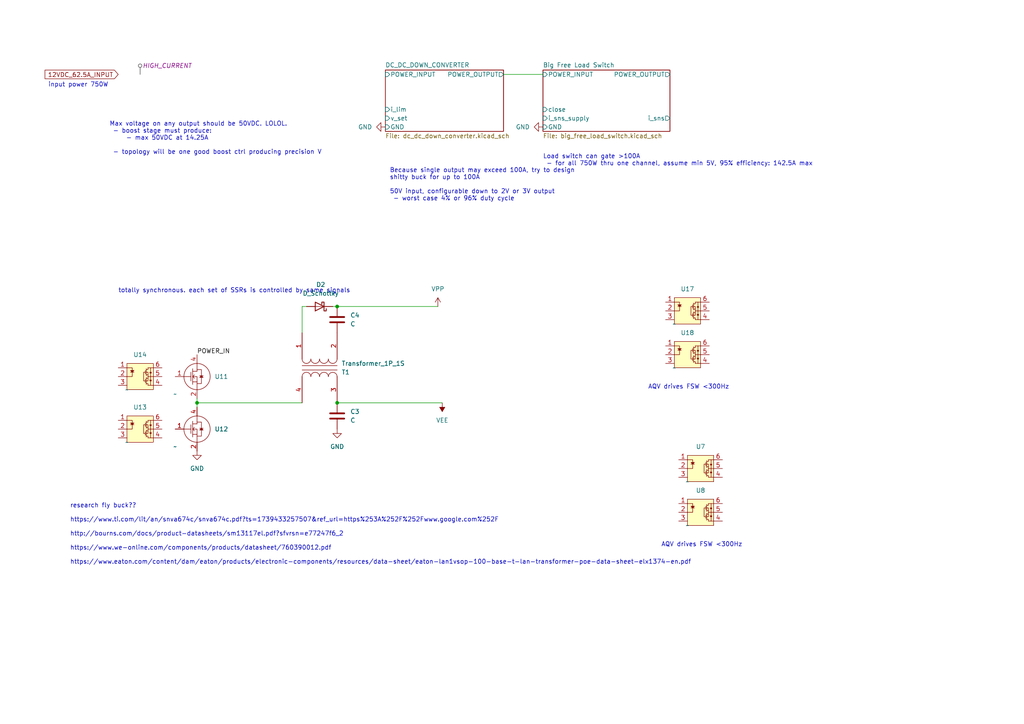
<source format=kicad_sch>
(kicad_sch (version 20230121) (generator eeschema)
  (paper "A4")
  (lib_symbols
    (symbol "AQV252G_1"
      (property "Reference" "U" (at 0 0 0))
      (symbol "AQV252G_1_0_1"
        (polyline (pts (xy 5.588 3.556) (xy 5.588 1.524)))
        (polyline (pts (xy 6.604 2.54) (xy 7.112 2.54)))
        (polyline (pts (xy 6.604 5.08) (xy 7.112 5.08)))
        (polyline (pts (xy 6.858 3.81) (xy 6.858 1.27)))
        (polyline (pts (xy 7.62 1.27) (xy 6.096 1.27)))
        (polyline (pts (xy 7.62 3.81) (xy 6.096 3.81)))
        (polyline (pts (xy 7.62 6.35) (xy 6.096 6.35)))
        (polyline (pts (xy 5.334 3.048) (xy 5.334 2.032) (xy 5.334 2.54)))
        (polyline (pts (xy 5.334 5.588) (xy 5.334 4.572) (xy 5.334 4.826)))
        (polyline (pts (xy 5.588 6.096) (xy 5.588 4.064) (xy 5.588 4.826)))
        (polyline (pts (xy 6.096 1.27) (xy 6.096 1.778) (xy 5.588 1.778)))
        (polyline (pts (xy 6.096 3.302) (xy 6.096 2.54) (xy 5.588 2.54)))
        (polyline (pts (xy 6.096 3.81) (xy 6.096 3.302) (xy 5.588 3.302)))
        (polyline (pts (xy 6.096 3.81) (xy 6.096 4.318) (xy 5.588 4.318)))
        (polyline (pts (xy 6.096 4.318) (xy 6.096 5.08) (xy 5.588 5.08)))
        (polyline (pts (xy 6.096 6.35) (xy 6.096 5.842) (xy 5.588 5.842)))
        (polyline (pts (xy 6.858 6.35) (xy 6.858 3.81) (xy 6.858 4.318)))
        (polyline (pts (xy 6.604 2.794) (xy 7.112 2.794) (xy 6.858 2.54) (xy 6.604 2.794)))
        (polyline (pts (xy 5.334 5.08) (xy 4.826 5.08) (xy 4.826 2.54) (xy 5.334 2.54) (xy 5.334 2.54)))
        (polyline (pts (xy 6.604 4.826) (xy 7.112 4.826) (xy 6.858 5.08) (xy 6.604 4.826) (xy 6.858 5.08)))
        (polyline (pts (xy 0 6.35) (xy 1.524 6.35) (xy 1.524 3.81) (xy 0 3.81) (xy 1.524 3.81) (xy 1.524 5.588) (xy 2.032 5.588) (xy 1.524 5.08) (xy 1.016 5.588) (xy 1.524 5.588) (xy 1.27 5.334) (xy 1.778 5.334) (xy 1.524 5.588) (xy 1.778 5.588) (xy 1.778 5.334) (xy 1.27 5.334) (xy 1.27 5.588) (xy 1.524 5.08) (xy 2.032 5.08) (xy 1.016 5.08) (xy 1.524 5.08)))
      )
      (symbol "AQV252G_1_1_1"
        (rectangle (start 0 7.62) (end 7.62 0) (fill (type background)))
        (pin input line (at -2.54 6.35 0) (length 2.54) (name "") (number "1"))
        (pin input line (at -2.54 3.81 0) (length 2.54) (name "") (number "2"))
        (pin input line (at -2.54 1.27 0) (length 2.54) (name "") (number "3"))
        (pin input line (at 10.16 1.27 180) (length 2.54) (name "") (number "4"))
        (pin input line (at 10.16 3.81 180) (length 2.54) (name "") (number "5"))
        (pin input line (at 10.16 6.35 180) (length 2.54) (name "") (number "6"))
      )
    )
    (symbol "Device:C" (pin_numbers hide) (pin_names (offset 0.254))
      (property "Reference" "C" (at 0.635 2.54 0))
      (property "Value" "C" (at 0.635 -2.54 0))
      (symbol "C_0_1"
        (polyline (pts (xy -2.032 -0.762) (xy 2.032 -0.762)) (stroke (width 0.508)))
        (polyline (pts (xy -2.032 0.762) (xy 2.032 0.762)) (stroke (width 0.508)))
      )
      (symbol "C_1_1"
        (pin passive line (at 0 3.81 270) (length 2.794) (name "~") (number "1"))
        (pin passive line (at 0 -3.81 90) (length 2.794) (name "~") (number "2"))
      )
    )
    (symbol "Device:D_Schottky" (pin_numbers hide) (pin_names (offset 1.016) hide)
      (property "Reference" "D" (at 0 2.54 0))
      (property "Value" "D_Schottky" (at 0 -2.54 0))
      (symbol "D_Schottky_0_1"
        (polyline (pts (xy 1.27 0) (xy -1.27 0)))
        (polyline (pts (xy 1.27 1.27) (xy 1.27 -1.27) (xy -1.27 0) (xy 1.27 1.27)) (stroke (width 0.254)))
        (polyline (pts (xy -1.905 0.635) (xy -1.905 1.27) (xy -1.27 1.27) (xy -1.27 -1.27) (xy -0.635 -1.27) (xy -0.635 -0.635)) (stroke (width 0.254)))
      )
      (symbol "D_Schottky_1_1"
        (pin passive line (at -3.81 0 0) (length 2.54) (name "K") (number "1"))
        (pin passive line (at 3.81 0 180) (length 2.54) (name "A") (number "2"))
      )
    )
    (symbol "Device:Transformer_1P_1S" (pin_names (offset 1.016) hide)
      (property "Reference" "T" (at 0 6.35 0))
      (property "Value" "Transformer_1P_1S" (at 0 -7.62 0))
      (symbol "Transformer_1P_1S_0_1"
        (arc (start -2.54 -5.0546) (mid -1.6599 -4.6901) (end -1.27 -3.81))
        (arc (start -2.54 -2.5146) (mid -1.6599 -2.1501) (end -1.27 -1.27))
        (arc (start -2.54 0.0254) (mid -1.6599 0.3899) (end -1.27 1.27))
        (arc (start -2.54 2.5654) (mid -1.6599 2.9299) (end -1.27 3.81))
        (arc (start -1.27 -3.81) (mid -1.642 -2.912) (end -2.54 -2.54))
        (arc (start -1.27 -1.27) (mid -1.642 -0.372) (end -2.54 0))
        (arc (start -1.27 1.27) (mid -1.642 2.168) (end -2.54 2.54))
        (arc (start -1.27 3.81) (mid -1.642 4.708) (end -2.54 5.08))
        (polyline (pts (xy -0.635 5.08) (xy -0.635 -5.08)))
        (polyline (pts (xy 0.635 -5.08) (xy 0.635 5.08)))
        (arc (start 1.2954 -1.27) (mid 1.6599 -2.1501) (end 2.54 -2.5146))
        (arc (start 1.2954 1.27) (mid 1.6599 0.3899) (end 2.54 0.0254))
        (arc (start 1.2954 3.81) (mid 1.6599 2.9299) (end 2.54 2.5654))
        (arc (start 1.3208 -3.81) (mid 1.6853 -4.6901) (end 2.5654 -5.0546))
        (arc (start 2.54 0) (mid 1.642 -0.372) (end 1.2954 -1.27))
        (arc (start 2.54 2.54) (mid 1.642 2.168) (end 1.2954 1.27))
        (arc (start 2.54 5.08) (mid 1.642 4.708) (end 1.2954 3.81))
        (arc (start 2.5654 -2.54) (mid 1.6674 -2.912) (end 1.3208 -3.81))
      )
      (symbol "Transformer_1P_1S_1_1"
        (pin passive line (at -10.16 5.08 0) (length 7.62) (name "AA") (number "1"))
        (pin passive line (at -10.16 -5.08 0) (length 7.62) (name "AB") (number "2"))
        (pin passive line (at 10.16 -5.08 180) (length 7.62) (name "SA") (number "3"))
        (pin passive line (at 10.16 5.08 180) (length 7.62) (name "SB") (number "4"))
      )
    )
    (symbol "my parts:AQV252G"
      (property "Reference" "U" (at 0 0 0))
      (symbol "AQV252G_0_1"
        (polyline (pts (xy 5.588 3.556) (xy 5.588 1.524)))
        (polyline (pts (xy 6.604 2.54) (xy 7.112 2.54)))
        (polyline (pts (xy 6.604 5.08) (xy 7.112 5.08)))
        (polyline (pts (xy 6.858 3.81) (xy 6.858 1.27)))
        (polyline (pts (xy 7.62 1.27) (xy 6.096 1.27)))
        (polyline (pts (xy 7.62 3.81) (xy 6.096 3.81)))
        (polyline (pts (xy 7.62 6.35) (xy 6.096 6.35)))
        (polyline (pts (xy 5.334 3.048) (xy 5.334 2.032) (xy 5.334 2.54)))
        (polyline (pts (xy 5.334 5.588) (xy 5.334 4.572) (xy 5.334 4.826)))
        (polyline (pts (xy 5.588 6.096) (xy 5.588 4.064) (xy 5.588 4.826)))
        (polyline (pts (xy 6.096 1.27) (xy 6.096 1.778) (xy 5.588 1.778)))
        (polyline (pts (xy 6.096 3.302) (xy 6.096 2.54) (xy 5.588 2.54)))
        (polyline (pts (xy 6.096 3.81) (xy 6.096 3.302) (xy 5.588 3.302)))
        (polyline (pts (xy 6.096 3.81) (xy 6.096 4.318) (xy 5.588 4.318)))
        (polyline (pts (xy 6.096 4.318) (xy 6.096 5.08) (xy 5.588 5.08)))
        (polyline (pts (xy 6.096 6.35) (xy 6.096 5.842) (xy 5.588 5.842)))
        (polyline (pts (xy 6.858 6.35) (xy 6.858 3.81) (xy 6.858 4.318)))
        (polyline (pts (xy 6.604 2.794) (xy 7.112 2.794) (xy 6.858 2.54) (xy 6.604 2.794)))
        (polyline (pts (xy 5.334 5.08) (xy 4.826 5.08) (xy 4.826 2.54) (xy 5.334 2.54) (xy 5.334 2.54)))
        (polyline (pts (xy 6.604 4.826) (xy 7.112 4.826) (xy 6.858 5.08) (xy 6.604 4.826) (xy 6.858 5.08)))
        (polyline (pts (xy 0 6.35) (xy 1.524 6.35) (xy 1.524 3.81) (xy 0 3.81) (xy 1.524 3.81) (xy 1.524 5.588) (xy 2.032 5.588) (xy 1.524 5.08) (xy 1.016 5.588) (xy 1.524 5.588) (xy 1.27 5.334) (xy 1.778 5.334) (xy 1.524 5.588) (xy 1.778 5.588) (xy 1.778 5.334) (xy 1.27 5.334) (xy 1.27 5.588) (xy 1.524 5.08) (xy 2.032 5.08) (xy 1.016 5.08) (xy 1.524 5.08)))
      )
      (symbol "AQV252G_1_1"
        (rectangle (start 0 7.62) (end 7.62 0) (fill (type background)))
        (pin input line (at -2.54 6.35 0) (length 2.54) (name "") (number "1"))
        (pin input line (at -2.54 3.81 0) (length 2.54) (name "") (number "2"))
        (pin input line (at -2.54 1.27 0) (length 2.54) (name "") (number "3"))
        (pin input line (at 10.16 1.27 180) (length 2.54) (name "") (number "4"))
        (pin input line (at 10.16 3.81 180) (length 2.54) (name "") (number "5"))
        (pin input line (at 10.16 6.35 180) (length 2.54) (name "") (number "6"))
      )
    )
    (symbol "my parts:IPB032N10N5"
      (property "Reference" "U" (at 0 0 0))
      (symbol "IPB032N10N5_0_1"
        (polyline (pts (xy 4.572 6.35) (xy 4.572 3.81)))
        (polyline (pts (xy 5.08 7.366) (xy 5.08 2.794)))
        (polyline (pts (xy 6.35 3.556) (xy 5.08 3.556)))
        (polyline (pts (xy 6.35 6.604) (xy 5.08 6.604)))
        (polyline (pts (xy 6.35 6.604) (xy 6.35 8.89)))
        (polyline (pts (xy 2.54 5.08) (xy 4.318 5.08) (xy 4.572 5.08)))
        (polyline (pts (xy 7.62 5.334) (xy 7.62 7.112) (xy 6.35 7.112)))
        (polyline (pts (xy 8.128 5.334) (xy 7.112 5.334) (xy 7.62 5.334)))
        (polyline (pts (xy 6.35 1.27) (xy 6.35 5.08) (xy 5.08 5.08) (xy 5.588 5.588) (xy 5.08 5.08) (xy 5.588 4.572)))
        (polyline (pts (xy 6.35 3.048) (xy 7.62 3.048) (xy 7.62 4.826) (xy 8.128 4.826) (xy 7.62 5.334) (xy 7.112 4.826) (xy 7.62 4.826) (xy 7.62 5.334) (xy 7.874 5.08) (xy 7.62 4.826) (xy 7.366 5.08) (xy 7.366 4.826) (xy 7.874 4.826) (xy 7.874 5.08) (xy 7.366 5.08)))
        (circle (center 6.35 5.08) (radius 3.81))
      )
      (symbol "IPB032N10N5_1_1"
        (pin input line (at 0 5.08 0) (length 2.54) (name "") (number "1"))
        (pin input line (at 6.35 -1.27 90) (length 2.54) (name "") (number "2"))
        (pin input line (at 6.35 -1.27 90) (length 2.54) hide (name "") (number "3"))
        (pin input line (at 6.35 11.43 270) (length 2.54) (name "") (number "4"))
        (pin input line (at 6.35 -1.27 90) (length 2.54) hide (name "") (number "5"))
        (pin input line (at 6.35 -1.27 90) (length 2.54) hide (name "") (number "6"))
        (pin input line (at 6.35 -1.27 90) (length 2.54) hide (name "") (number "7"))
      )
    )
    (symbol "power:GND" (power) (pin_names (offset 0))
      (property "Value" "GND" (at 0 -3.81 0))
      (symbol "GND_0_1"
        (polyline (pts (xy 0 0) (xy 0 -1.27) (xy 1.27 -1.27) (xy 0 -2.54) (xy -1.27 -1.27) (xy 0 -1.27)))
      )
      (symbol "GND_1_1"
        (pin power_in line (at 0 0 270) (length 0) hide (name "GND") (number "1"))
      )
    )
    (symbol "power:VEE" (power) (pin_names (offset 0))
      (property "Value" "VEE" (at 0 3.81 0))
      (symbol "VEE_0_1"
        (polyline (pts (xy 0 0) (xy 0 2.54)))
        (polyline (pts (xy 0.762 1.27) (xy -0.762 1.27) (xy 0 2.54) (xy 0.762 1.27)) (fill (type outline)))
      )
      (symbol "VEE_1_1"
        (pin power_in line (at 0 0 90) (length 0) hide (name "VEE") (number "1"))
      )
    )
    (symbol "power:VPP" (power) (pin_names (offset 0))
      (property "Value" "VPP" (at 0 3.81 0))
      (symbol "VPP_0_1"
        (polyline (pts (xy -0.762 1.27) (xy 0 2.54)))
        (polyline (pts (xy 0 0) (xy 0 2.54)))
        (polyline (pts (xy 0 2.54) (xy 0.762 1.27)))
      )
      (symbol "VPP_1_1"
        (pin power_in line (at 0 0 90) (length 0) hide (name "VPP") (number "1"))
      )
    )
  )
  (junction (at 57.15 116.84))
  (junction (at 97.79 88.9))
  (junction (at 97.79 116.84))
  (wire (pts (xy 97.79 116.84) (xy 128.27 116.84)))
  (wire (pts (xy 57.15 115.57) (xy 57.15 116.84)))
  (wire (pts (xy 57.15 116.84) (xy 87.63 116.84)))
  (wire (pts (xy 87.63 88.9) (xy 88.9 88.9)))
  (wire (pts (xy 57.15 116.84) (xy 57.15 118.11)))
  (wire (pts (xy 97.79 88.9) (xy 127 88.9)))
  (wire (pts (xy 96.52 88.9) (xy 97.79 88.9)))
  (wire (pts (xy 146.05 21.59) (xy 157.48 21.59)))
  (wire (pts (xy 87.63 96.52) (xy 87.63 88.9)))
  (text "research fly buck??\n\nhttps://www.ti.com/lit/an/snva674c/snva674c.pdf?ts=1739433257507&ref_url=https%253A%252F%252Fwww.google.com%252F\n\nhttp://bourns.com/docs/product-datasheets/sm13117el.pdf?sfvrsn=e77247f6_2\n\nhttps://www.we-online.com/components/products/datasheet/760390012.pdf\n\nhttps://www.eaton.com/content/dam/eaton/products/electronic-components/resources/data-sheet/eaton-lan1vsop-100-base-t-lan-transformer-poe-data-sheet-elx1374-en.pdf" (at 20.32 163.83 0) (effects (font (size 1.27 1.27)) (justify left bottom)))
  (text "Load switch can gate >100A\n - for all 750W thru one channel, assume min 5V, 95% efficiency: 142.5A max" (at 157.48 48.26 0) (effects (font (size 1.27 1.27)) (justify left bottom)))
  (text "input power 750W" (at 13.97 25.4 0) (effects (font (size 1.27 1.27)) (justify left bottom)))
  (text "AQV drives FSW <300Hz" (at 191.77 158.75 0) (effects (font (size 1.27 1.27)) (justify left bottom)))
  (text "totally synchronous. each set of SSRs is controlled by same signals\n" (at 34.29 85.09 0) (effects (font (size 1.27 1.27)) (justify left bottom)))
  (text "AQV drives FSW <300Hz" (at 187.96 113.03 0) (effects (font (size 1.27 1.27)) (justify left bottom)))
  (text "Max voltage on any output should be 50VDC. LOLOL. \n - boost stage must produce:\n	- max 50VDC at 14.25A\n\n - topology will be one good boost ctrl producing precision V\n	" (at 31.75 46.99 0) (effects (font (size 1.27 1.27)) (justify left bottom)))
  (text "Because single output may exceed 100A, try to design \nshitty buck for up to 100A\n\n50V input, configurable down to 2V or 3V output\n - worst case 4% or 96% duty cycle" (at 113.03 58.42 0) (effects (font (size 1.27 1.27)) (justify left bottom)))
  (label "POWER_IN" (at 57.15 102.87 0))
  (global_label "12VDC_62.5A_INPUT" (shape input) (at 34.29 21.59 180) (property "Intersheetrefs" "${INTERSHEET_REFS}" (effects hide)))
  (netclass_flag "" (length 2.54) (shape round) (at 40.64 21.59 0) (property "Netclass" "HIGH_CURRENT" (at 41.3385 19.05 0) (effects (font italic) (justify left))))
  (symbol (lib_id "power:GND") (at 111.76 36.83 270) (unit 1)
    (property "Reference" "#PWR09" (effects hide))
    (property "Value" "GND" (at 107.95 36.83 90) (effects (justify right)))
  )
  (symbol (lib_name "AQV252G_1") (lib_id "my parts:AQV252G") (at 36.83 113.03 0) (unit 1)
    (property "Reference" "U14" (at 40.64 102.87 0))
    (property "Value" "~" (at 36.83 113.03 0))
  )
  (symbol (lib_id "Device:D_Schottky") (at 92.71 88.9 180) (unit 1)
    (property "Reference" "D2" (at 93.0275 82.55 0))
    (property "Value" "D_Schottky" (at 93.0275 85.09 0))
  )
  (symbol (lib_name "AQV252G_1") (lib_id "my parts:AQV252G") (at 36.83 128.27 0) (unit 1)
    (property "Reference" "U13" (at 40.64 118.11 0))
    (property "Value" "~" (at 36.83 128.27 0))
  )
  (symbol (lib_id "power:GND") (at 157.48 36.83 270) (unit 1)
    (property "Reference" "#PWR08" (effects hide))
    (property "Value" "GND" (at 153.67 36.83 90) (effects (justify right)))
  )
  (symbol (lib_id "power:GND") (at 97.79 124.46 0) (unit 1)
    (property "Reference" "#PWR013" (effects hide))
    (property "Value" "GND" (at 97.79 129.54 0))
  )
  (symbol (lib_id "power:VPP") (at 127 88.9 0) (unit 1)
    (property "Reference" "#PWR011" (effects hide))
    (property "Value" "VPP" (at 127 83.82 0))
  )
  (symbol (lib_name "AQV252G_1") (lib_id "my parts:AQV252G") (at 199.39 139.7 0) (unit 1)
    (property "Reference" "U7" (at 203.2 129.54 0))
    (property "Value" "~" (at 199.39 139.7 0))
  )
  (symbol (lib_id "power:VEE") (at 128.27 116.84 180) (unit 1)
    (property "Reference" "#PWR012" (effects hide))
    (property "Value" "VEE" (at 128.27 121.92 0))
  )
  (symbol (lib_id "Device:C") (at 97.79 120.65 0) (unit 1)
    (property "Reference" "C3" (at 101.6 119.38 0) (effects (justify left)))
    (property "Value" "C" (at 101.6 121.92 0) (effects (justify left)))
  )
  (symbol (lib_id "power:GND") (at 57.15 130.81 0) (unit 1)
    (property "Reference" "#PWR010" (effects hide))
    (property "Value" "GND" (at 57.15 135.89 0))
  )
  (symbol (lib_name "AQV252G_1") (lib_id "my parts:AQV252G") (at 195.58 93.98 0) (unit 1)
    (property "Reference" "U17" (at 199.39 83.82 0))
    (property "Value" "~" (at 195.58 93.98 0))
  )
  (symbol (lib_id "my parts:AQV252G") (at 195.58 106.68 0) (unit 1)
    (property "Reference" "U18" (at 199.39 96.52 0))
    (property "Value" "~" (at 195.58 106.68 0))
  )
  (symbol (lib_id "my parts:IPB032N10N5") (at 50.8 114.3 0) (unit 1)
    (property "Reference" "U11" (at 62.23 109.22 0) (effects (justify left)))
    (property "Value" "~" (at 50.8 114.3 0))
    (property "Footprint" "Package_TO_SOT_SMD:TO-263-6" (effects hide))
  )
  (symbol (lib_id "my parts:IPB032N10N5") (at 50.8 129.54 0) (unit 1)
    (property "Reference" "U12" (at 62.23 124.46 0) (effects (justify left)))
    (property "Value" "~" (at 50.8 129.54 0))
    (property "Footprint" "Package_TO_SOT_SMD:TO-263-6" (effects hide))
  )
  (symbol (lib_id "Device:C") (at 97.79 92.71 0) (unit 1)
    (property "Reference" "C4" (at 101.6 91.44 0) (effects (justify left)))
    (property "Value" "C" (at 101.6 93.98 0) (effects (justify left)))
  )
  (symbol (lib_id "Device:Transformer_1P_1S") (at 92.71 106.68 90) (mirror x) (unit 1)
    (property "Reference" "T1" (at 99.06 107.9627 90) (effects (justify right)))
    (property "Value" "Transformer_1P_1S" (at 99.06 105.4227 90) (effects (justify right)))
  )
  (symbol (lib_id "my parts:AQV252G") (at 199.39 152.4 0) (unit 1)
    (property "Reference" "U8" (at 203.2 142.24 0))
    (property "Value" "~" (at 199.39 152.4 0))
  )
  (sheet (at 157.48 20.32) (size 36.83 17.78) (stroke (width 0.1524))
    (property "Sheetname" "Big Free Load Switch" (at 157.48 19.6084 0) (effects (justify left bottom)))
    (property "Sheetfile" "big_free_load_switch.kicad_sch" (at 157.48 38.6846 0) (effects (justify left top)))
    (pin "POWER_INPUT" input (at 157.48 21.59 180))
    (pin "POWER_OUTPUT" output (at 194.31 21.59 0))
    (pin "GND" input (at 157.48 36.83 180))
    (pin "i_sns" output (at 194.31 34.29 0))
    (pin "i_sns_supply" input (at 157.48 34.29 180))
    (pin "close" input (at 157.48 31.75 180))
  )
  (sheet (at 111.76 20.32) (size 34.29 17.78) (stroke (width 0.1524))
    (property "Sheetname" "DC_DC_DOWN_CONVERTER" (at 111.76 19.6084 0) (effects (justify left bottom)))
    (property "Sheetfile" "dc_dc_down_converter.kicad_sch" (at 111.76 38.6846 0) (effects (justify left top)))
    (pin "POWER_INPUT" input (at 111.76 21.59 180))
    (pin "i_lim" input (at 111.76 31.75 180))
    (pin "v_set" input (at 111.76 34.29 180))
    (pin "POWER_OUTPUT" output (at 146.05 21.59 0))
    (pin "GND" input (at 111.76 36.83 180))
  )
  (sheet (at 58.42 -34.29) (size 39.37 17.78) (stroke (width 0.1524))
    (property "Sheetname" "DC_DC_UP_CONVERTER" (at 58.42 -35.0016 0) (effects (justify left bottom)))
    (property "Sheetfile" "dc_dc_up_converter.kicad_sch" (at 58.42 -15.9254 0) (effects (justify left top)))
    (pin "POWER_OUTPUT" output (at 97.79 -33.02 0))
    (pin "GND" input (at 58.42 -17.78 180))
    (pin "POWER_INPUT" input (at 58.42 -33.02 180))
    (pin "i_lim" input (at 58.42 -22.86 180))
    (pin "v_set" input (at 58.42 -20.32 180))
  )
)
</source>
